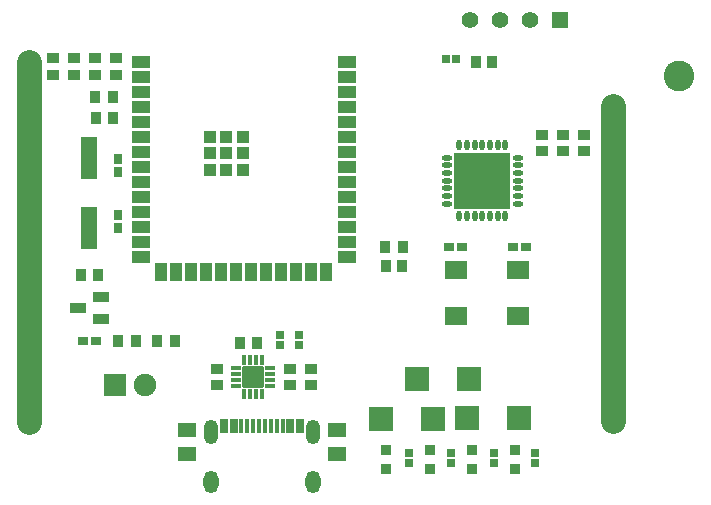
<source format=gts>
G04 Layer: TopSolderMaskLayer*
G04 EasyEDA v6.5.47, 2024-11-13 08:28:34*
G04 87231406ceee420ca99a4478fe7bfb21,034e4511e0c640c9b8a39c55fee02e59,10*
G04 Gerber Generator version 0.2*
G04 Scale: 100 percent, Rotated: No, Reflected: No *
G04 Dimensions in millimeters *
G04 leading zeros omitted , absolute positions ,4 integer and 5 decimal *
%FSLAX45Y45*%
%MOMM*%

%AMMACRO1*4,1,8,-0.4243,-0.4828,-0.454,-0.453,-0.454,0.4531,-0.4243,0.4828,0.4243,0.4828,0.454,0.4531,0.454,-0.453,0.4243,-0.4828,-0.4243,-0.4828,0*%
%AMMACRO2*4,1,8,-0.4161,-0.3208,-0.4458,-0.291,-0.4458,0.2911,-0.4161,0.3208,0.4161,0.3208,0.4458,0.2911,0.4458,-0.291,0.4161,-0.3208,-0.4161,-0.3208,0*%
%AMMACRO3*4,1,8,-2.3711,-2.4008,-2.4008,-2.371,-2.4008,2.3711,-2.3711,2.4008,2.371,2.4008,2.4008,2.3711,2.4008,-2.371,2.371,-2.4008,-2.3711,-2.4008,0*%
%AMMACRO4*4,1,8,-0.9211,-0.8008,-0.9508,-0.771,-0.9508,0.7711,-0.9211,0.8008,0.921,0.8008,0.9508,0.7711,0.9508,-0.771,0.921,-0.8008,-0.9211,-0.8008,0*%
%AMMACRO5*4,1,8,-0.4711,-0.4508,-0.5008,-0.421,-0.5008,0.4211,-0.4711,0.4508,0.471,0.4508,0.5008,0.4211,0.5008,-0.421,0.471,-0.4508,-0.4711,-0.4508,0*%
%AMMACRO6*4,1,8,-0.4211,-0.5008,-0.4508,-0.471,-0.4508,0.4711,-0.4211,0.5008,0.421,0.5008,0.4508,0.4711,0.4508,-0.471,0.421,-0.5008,-0.4211,-0.5008,0*%
%AMMACRO7*4,1,8,-0.6688,-0.6985,-0.6985,-0.6687,-0.6985,0.6688,-0.6688,0.6985,0.6687,0.6985,0.6985,0.6688,0.6985,-0.6687,0.6687,-0.6985,-0.6688,-0.6985,0*%
%AMMACRO8*4,1,8,-0.3039,-0.3208,-0.3336,-0.291,-0.3336,0.2911,-0.3039,0.3208,0.3038,0.3208,0.3336,0.2911,0.3336,-0.291,0.3038,-0.3208,-0.3039,-0.3208,0*%
%AMMACRO9*4,1,8,-1.0211,-1.0508,-1.0508,-1.021,-1.0508,1.0211,-1.0211,1.0508,1.021,1.0508,1.0508,1.0211,1.0508,-1.021,1.021,-1.0508,-1.0211,-1.0508,0*%
%AMMACRO10*4,1,8,-0.4211,-0.4508,-0.4508,-0.421,-0.4508,0.4211,-0.4211,0.4508,0.421,0.4508,0.4508,0.4211,0.4508,-0.421,0.421,-0.4508,-0.4211,-0.4508,0*%
%AMMACRO11*4,1,8,-0.2911,-0.3336,-0.3208,-0.3038,-0.3208,0.3039,-0.2911,0.3336,0.291,0.3336,0.3208,0.3039,0.3208,-0.3038,0.291,-0.3336,-0.2911,-0.3336,0*%
%AMMACRO12*4,1,8,-0.9211,-0.9508,-0.9508,-0.921,-0.9508,0.9211,-0.9211,0.9508,0.921,0.9508,0.9508,0.9211,0.9508,-0.921,0.921,-0.9508,-0.9211,-0.9508,0*%
%AMMACRO13*4,1,8,-0.7095,-0.6171,-0.7393,-0.5873,-0.7393,0.5873,-0.7095,0.6171,0.7095,0.6171,0.7393,0.5873,0.7393,-0.5873,0.7095,-0.6171,-0.7095,-0.6171,0*%
%AMMACRO14*4,1,8,-0.2957,-0.6,-0.325,-0.5707,-0.325,0.5707,-0.2957,0.6,0.2957,0.6,0.325,0.5707,0.325,-0.5707,0.2957,-0.6,-0.2957,-0.6,0*%
%AMMACRO15*4,1,8,-0.1707,-0.6,-0.2,-0.5707,-0.2,0.5707,-0.1707,0.6,0.1707,0.6,0.2,0.5707,0.2,-0.5707,0.1707,-0.6,-0.1707,-0.6,0*%
%AMMACRO16*4,1,8,-0.646,-0.4008,-0.6758,-0.371,-0.6758,0.3711,-0.646,0.4008,0.646,0.4008,0.6758,0.3711,0.6758,-0.371,0.646,-0.4008,-0.646,-0.4008,0*%
%AMMACRO17*4,1,8,-0.2911,-0.4458,-0.3208,-0.4161,-0.3208,0.4161,-0.2911,0.4458,0.291,0.4458,0.3208,0.4161,0.3208,-0.4161,0.291,-0.4458,-0.2911,-0.4458,0*%
%AMMACRO18*4,1,8,-0.7707,-0.5,-0.8,-0.4707,-0.8,0.4707,-0.7707,0.5,0.7707,0.5,0.8,0.4707,0.8,-0.4707,0.7707,-0.5,-0.7707,-0.5,0*%
%AMMACRO19*4,1,8,-0.4707,-0.8,-0.5,-0.7707,-0.5,0.7707,-0.4707,0.8,0.4707,0.8,0.5,0.7707,0.5,-0.7707,0.4707,-0.8,-0.4707,-0.8,0*%
%AMMACRO20*4,1,8,-0.4711,-0.5008,-0.5008,-0.471,-0.5008,0.4711,-0.4711,0.5008,0.4711,0.5008,0.5008,0.4711,0.5008,-0.471,0.4711,-0.5008,-0.4711,-0.5008,0*%
%AMMACRO21*4,1,8,-0.4711,-0.5008,-0.5008,-0.471,-0.5008,0.4711,-0.4711,0.5008,0.471,0.5008,0.5008,0.4711,0.5008,-0.471,0.471,-0.5008,-0.4711,-0.5008,0*%
%AMMACRO22*4,1,8,-0.4711,-0.5008,-0.5008,-0.4711,-0.5008,0.4711,-0.4711,0.5008,0.4711,0.5008,0.5008,0.4711,0.5008,-0.4711,0.4711,-0.5008,-0.4711,-0.5008,0*%
%AMMACRO23*4,1,8,-0.4711,-0.5008,-0.5008,-0.4711,-0.5008,0.4711,-0.4711,0.5008,0.471,0.5008,0.5008,0.4711,0.5008,-0.4711,0.471,-0.5008,-0.4711,-0.5008,0*%
%AMMACRO24*4,1,8,-0.6211,-1.8008,-0.6508,-1.771,-0.6508,1.7711,-0.6211,1.8008,0.621,1.8008,0.6508,1.7711,0.6508,-1.771,0.621,-1.8008,-0.6211,-1.8008,0*%
%AMMACRO25*4,1,8,-0.396,-0.1758,-0.4258,-0.146,-0.4258,0.1461,-0.396,0.1758,0.396,0.1758,0.4258,0.1461,0.4258,-0.146,0.396,-0.1758,-0.396,-0.1758,0*%
%AMMACRO26*4,1,8,-0.1461,-0.4258,-0.1758,-0.396,-0.1758,0.396,-0.1461,0.4258,0.146,0.4258,0.1758,0.396,0.1758,-0.396,0.146,-0.4258,-0.1461,-0.4258,0*%
%AMMACRO27*4,1,8,-0.8711,-0.9008,-0.9008,-0.871,-0.9008,0.8711,-0.8711,0.9008,0.871,0.9008,0.9008,0.8711,0.9008,-0.871,0.871,-0.9008,-0.8711,-0.9008,0*%
%ADD10C,2.1016*%
%ADD11MACRO1*%
%ADD12MACRO2*%
%ADD13O,0.4656074X0.9485884*%
%ADD14O,0.9485884X0.4656074*%
%ADD15MACRO3*%
%ADD16C,2.6016*%
%ADD17MACRO4*%
%ADD18MACRO5*%
%ADD19MACRO6*%
%ADD20MACRO7*%
%ADD21C,1.3970*%
%ADD22MACRO8*%
%ADD23MACRO9*%
%ADD24MACRO10*%
%ADD25MACRO11*%
%ADD26MACRO12*%
%ADD27C,1.9016*%
%ADD28MACRO13*%
%ADD29MACRO14*%
%ADD30MACRO15*%
%ADD31O,1.200023X2.1000212*%
%ADD32O,1.3000228X1.9000215999999999*%
%ADD33MACRO16*%
%ADD34MACRO17*%
%ADD35MACRO18*%
%ADD36MACRO19*%
%ADD37MACRO20*%
%ADD38MACRO21*%
%ADD39MACRO22*%
%ADD40MACRO23*%
%ADD41MACRO24*%
%ADD42MACRO25*%
%ADD43MACRO26*%
%ADD44MACRO27*%
%ADD45C,0.0117*%

%LPD*%
D10*
X5080000Y3441700D02*
G01*
X5080000Y774700D01*
X139700Y3810000D02*
G01*
X139700Y762000D01*
D11*
G01*
X1040524Y1447800D03*
G01*
X889875Y1447800D03*
G01*
X1370724Y1447800D03*
G01*
X1220075Y1447800D03*
D12*
G01*
X3691994Y2247900D03*
G01*
X3801005Y2247900D03*
G01*
X4238094Y2247900D03*
G01*
X4347105Y2247900D03*
D13*
G01*
X3780104Y2506853D03*
G01*
X3845102Y2506853D03*
G01*
X3910101Y2506853D03*
G01*
X3975100Y2506853D03*
G01*
X4040098Y2506853D03*
G01*
X4105097Y2506853D03*
G01*
X4170095Y2506853D03*
D14*
G01*
X4274947Y2611704D03*
G01*
X4274947Y2676702D03*
G01*
X4274947Y2741701D03*
G01*
X4274947Y2806700D03*
G01*
X4274947Y2871698D03*
G01*
X4274947Y2936697D03*
G01*
X4274947Y3001695D03*
D13*
G01*
X4170095Y3106546D03*
G01*
X4105097Y3106546D03*
G01*
X4040098Y3106546D03*
G01*
X3975100Y3106546D03*
G01*
X3910101Y3106546D03*
G01*
X3845102Y3106546D03*
G01*
X3780104Y3106546D03*
D14*
G01*
X3675252Y3001695D03*
G01*
X3675252Y2936697D03*
G01*
X3675252Y2871698D03*
G01*
X3675252Y2806700D03*
G01*
X3675252Y2741701D03*
G01*
X3675252Y2676702D03*
G01*
X3675252Y2611704D03*
D15*
G01*
X3975100Y2806700D03*
D16*
G01*
X5638800Y3695700D03*
D17*
G01*
X4277199Y2049199D03*
G01*
X3749200Y2049199D03*
G01*
X3749200Y1659200D03*
G01*
X4277199Y1659200D03*
D18*
G01*
X4483100Y3054200D03*
G01*
X4483100Y3194199D03*
G01*
X4660900Y3054200D03*
G01*
X4660900Y3194199D03*
G01*
X4838700Y3054200D03*
G01*
X4838700Y3194199D03*
D19*
G01*
X4057799Y3810000D03*
G01*
X3917800Y3810000D03*
D20*
G01*
X4635500Y4165600D03*
D21*
G01*
X4381500Y4165600D03*
G01*
X4127500Y4165600D03*
G01*
X3873500Y4165600D03*
D22*
G01*
X3665117Y3835400D03*
G01*
X3751682Y3835400D03*
D23*
G01*
X3560099Y787400D03*
G01*
X3120100Y787400D03*
G01*
X3864899Y1130300D03*
G01*
X3424900Y1130300D03*
G01*
X4283999Y800100D03*
G01*
X3844000Y800100D03*
D24*
G01*
X4254847Y364543D03*
G01*
X4254146Y524443D03*
G01*
X3886547Y364543D03*
G01*
X3885846Y524443D03*
G01*
X3530947Y364543D03*
G01*
X3530246Y524443D03*
G01*
X3162647Y364543D03*
G01*
X3161946Y524443D03*
D25*
G01*
X4076700Y500482D03*
G01*
X4076700Y413917D03*
G01*
X3708400Y500482D03*
G01*
X3708400Y413917D03*
G01*
X3352800Y500482D03*
G01*
X3352800Y413917D03*
G01*
X4419600Y500482D03*
G01*
X4419600Y413917D03*
D26*
G01*
X863600Y1079500D03*
D27*
G01*
X1117600Y1079500D03*
D28*
G01*
X2743200Y496895D03*
G01*
X2743200Y696904D03*
G01*
X1473200Y496895D03*
G01*
X1473200Y696904D03*
D29*
G01*
X1788198Y732803D03*
G01*
X1868208Y732803D03*
D30*
G01*
X1933206Y732803D03*
G01*
X1983219Y732803D03*
G01*
X2033206Y732803D03*
G01*
X2083193Y732803D03*
G01*
X2133206Y732803D03*
G01*
X2183193Y732803D03*
G01*
X2233206Y732803D03*
G01*
X2283218Y732803D03*
D29*
G01*
X2348217Y732803D03*
G01*
X2428201Y732803D03*
D31*
G01*
X1675714Y677798D03*
G01*
X2540711Y677798D03*
D32*
G01*
X1675714Y257784D03*
G01*
X2540711Y257784D03*
D12*
G01*
X593194Y1447800D03*
G01*
X702205Y1447800D03*
D19*
G01*
X717699Y2006600D03*
G01*
X577700Y2006600D03*
D33*
G01*
X747699Y1632203D03*
G01*
X747699Y1822194D03*
G01*
X547700Y1727198D03*
D34*
G01*
X889000Y2879194D03*
G01*
X889000Y2988205D03*
G01*
X889000Y2518305D03*
G01*
X889000Y2409294D03*
D18*
G01*
X342900Y3701900D03*
G01*
X342900Y3841899D03*
G01*
X698500Y3701900D03*
G01*
X698500Y3841899D03*
G01*
X520700Y3701900D03*
G01*
X520700Y3841899D03*
G01*
X876300Y3701900D03*
G01*
X876300Y3841899D03*
G01*
X2527300Y1212999D03*
G01*
X2527300Y1073000D03*
D19*
G01*
X844699Y3340100D03*
G01*
X704700Y3340100D03*
G01*
X3155800Y2082800D03*
G01*
X3295799Y2082800D03*
D18*
G01*
X1727200Y1212999D03*
G01*
X1727200Y1073000D03*
G01*
X2349500Y1073000D03*
G01*
X2349500Y1212999D03*
D19*
G01*
X1923900Y1435100D03*
G01*
X2063899Y1435100D03*
D11*
G01*
X3301124Y2247900D03*
G01*
X3150475Y2247900D03*
D25*
G01*
X2260600Y1503782D03*
G01*
X2260600Y1417217D03*
D11*
G01*
X699375Y3517900D03*
G01*
X850024Y3517900D03*
D25*
G01*
X2425700Y1503782D03*
G01*
X2425700Y1417217D03*
D35*
G01*
X1080799Y3810495D03*
G01*
X1080800Y3683495D03*
G01*
X1080800Y3556495D03*
G01*
X1080800Y3429495D03*
G01*
X1080800Y3302495D03*
G01*
X1080800Y3175495D03*
G01*
X1080800Y3048495D03*
G01*
X1080800Y2921495D03*
G01*
X1080800Y2794495D03*
G01*
X1080800Y2667495D03*
G01*
X1080800Y2540495D03*
G01*
X1080800Y2413495D03*
G01*
X1080800Y2286495D03*
G01*
X1080800Y2159495D03*
D36*
G01*
X1257300Y2031494D03*
G01*
X1384300Y2031494D03*
G01*
X1511300Y2031494D03*
G01*
X1638300Y2031494D03*
G01*
X1765300Y2031494D03*
G01*
X1892300Y2031494D03*
G01*
X2019300Y2031494D03*
G01*
X2146300Y2031494D03*
G01*
X2273300Y2031494D03*
G01*
X2400300Y2031494D03*
G01*
X2527300Y2031494D03*
G01*
X2654300Y2034499D03*
D35*
G01*
X2830799Y2159495D03*
G01*
X2830799Y2286495D03*
G01*
X2830799Y2413495D03*
G01*
X2830799Y2540495D03*
G01*
X2830799Y2667495D03*
G01*
X2830799Y2794495D03*
G01*
X2830799Y2921495D03*
G01*
X2830799Y3048495D03*
G01*
X2830799Y3175495D03*
G01*
X2830799Y3302495D03*
G01*
X2830799Y3429495D03*
G01*
X2830799Y3556495D03*
G01*
X2830799Y3683495D03*
G01*
X2830799Y3810495D03*
D37*
G01*
X1945789Y2898485D03*
D38*
G01*
X1805790Y2898475D03*
G01*
X1665792Y2898485D03*
G01*
X1665792Y3178484D03*
G01*
X1805790Y3178484D03*
D37*
G01*
X1945789Y3178484D03*
D39*
G01*
X1945789Y3038485D03*
D40*
G01*
X1665791Y3038485D03*
G01*
X1805790Y3038485D03*
D41*
G01*
X647700Y3000096D03*
G01*
X647700Y2410098D03*
D42*
G01*
X2176979Y1068160D03*
G01*
X2176979Y1118147D03*
G01*
X2176979Y1168159D03*
G01*
X2177004Y1218147D03*
D43*
G01*
X2106979Y1287992D03*
G01*
X2056992Y1287992D03*
G01*
X2006979Y1287992D03*
G01*
X1956992Y1287992D03*
D42*
G01*
X1886995Y1217994D03*
G01*
X1886995Y1167997D03*
G01*
X1886995Y1118000D03*
G01*
X1886995Y1068078D03*
D43*
G01*
X1956992Y998007D03*
G01*
X2006979Y998007D03*
G01*
X2056992Y998007D03*
G01*
X2106979Y998007D03*
D44*
G01*
X2031987Y1143025D03*
M02*

</source>
